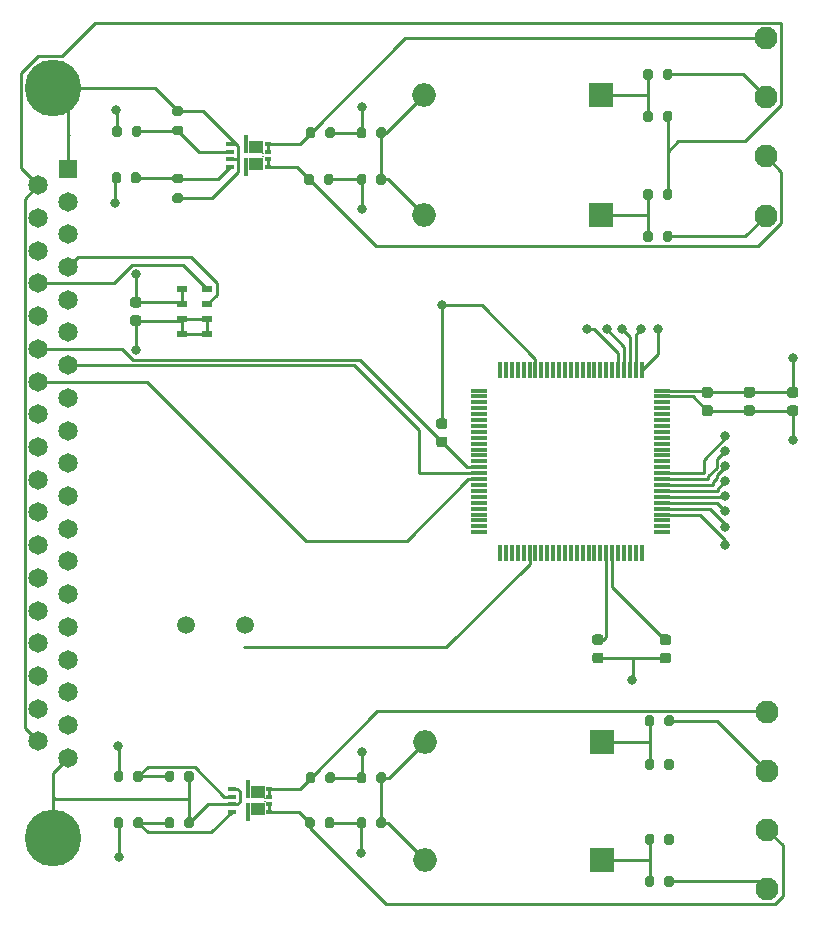
<source format=gbr>
%TF.GenerationSoftware,KiCad,Pcbnew,(5.1.10)-1*%
%TF.CreationDate,2021-11-30T13:01:00-06:00*%
%TF.ProjectId,Charges_KiCAD_Project,43686172-6765-4735-9f4b-694341445f50,rev?*%
%TF.SameCoordinates,Original*%
%TF.FileFunction,Copper,L1,Top*%
%TF.FilePolarity,Positive*%
%FSLAX46Y46*%
G04 Gerber Fmt 4.6, Leading zero omitted, Abs format (unit mm)*
G04 Created by KiCad (PCBNEW (5.1.10)-1) date 2021-11-30 13:01:00*
%MOMM*%
%LPD*%
G01*
G04 APERTURE LIST*
%TA.AperFunction,SMDPad,CuDef*%
%ADD10R,0.950000X0.550000*%
%TD*%
%TA.AperFunction,SMDPad,CuDef*%
%ADD11R,0.160000X0.065000*%
%TD*%
%TA.AperFunction,SMDPad,CuDef*%
%ADD12R,1.310000X1.010000*%
%TD*%
%TA.AperFunction,SMDPad,CuDef*%
%ADD13R,0.430000X1.510000*%
%TD*%
%TA.AperFunction,SMDPad,CuDef*%
%ADD14R,0.090000X1.130000*%
%TD*%
%TA.AperFunction,SMDPad,CuDef*%
%ADD15R,0.600000X0.400000*%
%TD*%
%TA.AperFunction,SMDPad,CuDef*%
%ADD16R,0.760000X0.350000*%
%TD*%
%TA.AperFunction,ComponentPad*%
%ADD17C,4.800000*%
%TD*%
%TA.AperFunction,ComponentPad*%
%ADD18C,1.650000*%
%TD*%
%TA.AperFunction,ComponentPad*%
%ADD19R,1.650000X1.650000*%
%TD*%
%TA.AperFunction,ComponentPad*%
%ADD20C,1.950000*%
%TD*%
%TA.AperFunction,SMDPad,CuDef*%
%ADD21R,0.300000X1.475000*%
%TD*%
%TA.AperFunction,SMDPad,CuDef*%
%ADD22R,1.475000X0.300000*%
%TD*%
%TA.AperFunction,ComponentPad*%
%ADD23C,1.500000*%
%TD*%
%TA.AperFunction,ComponentPad*%
%ADD24O,2.000000X2.000000*%
%TD*%
%TA.AperFunction,ComponentPad*%
%ADD25R,2.000000X2.000000*%
%TD*%
%TA.AperFunction,ViaPad*%
%ADD26C,0.800000*%
%TD*%
%TA.AperFunction,Conductor*%
%ADD27C,0.250000*%
%TD*%
G04 APERTURE END LIST*
D10*
%TO.P,U1,5*%
%TO.N,GND*%
X121598000Y-85060000D03*
%TO.P,U1,6*%
X121598000Y-83810000D03*
%TO.P,U1,7*%
%TO.N,/SWDIO*%
X121598000Y-82560000D03*
%TO.P,U1,8*%
%TO.N,/SWCLK*%
X121598000Y-81310000D03*
%TO.P,U1,3*%
%TO.N,GND*%
X119448000Y-83810000D03*
%TO.P,U1,2*%
%TO.N,+3V3*%
X119448000Y-82560000D03*
%TO.P,U1,1*%
X119448000Y-81310000D03*
%TO.P,U1,4*%
%TO.N,GND*%
X119448000Y-85060000D03*
%TD*%
%TO.P,R24,2*%
%TO.N,GND*%
%TA.AperFunction,SMDPad,CuDef*%
G36*
G01*
X135934000Y-126767000D02*
X135934000Y-126217000D01*
G75*
G02*
X136134000Y-126017000I200000J0D01*
G01*
X136534000Y-126017000D01*
G75*
G02*
X136734000Y-126217000I0J-200000D01*
G01*
X136734000Y-126767000D01*
G75*
G02*
X136534000Y-126967000I-200000J0D01*
G01*
X136134000Y-126967000D01*
G75*
G02*
X135934000Y-126767000I0J200000D01*
G01*
G37*
%TD.AperFunction*%
%TO.P,R24,1*%
%TO.N,/Sense_D*%
%TA.AperFunction,SMDPad,CuDef*%
G36*
G01*
X134284000Y-126767000D02*
X134284000Y-126217000D01*
G75*
G02*
X134484000Y-126017000I200000J0D01*
G01*
X134884000Y-126017000D01*
G75*
G02*
X135084000Y-126217000I0J-200000D01*
G01*
X135084000Y-126767000D01*
G75*
G02*
X134884000Y-126967000I-200000J0D01*
G01*
X134484000Y-126967000D01*
G75*
G02*
X134284000Y-126767000I0J200000D01*
G01*
G37*
%TD.AperFunction*%
%TD*%
%TO.P,R23,2*%
%TO.N,GND*%
%TA.AperFunction,SMDPad,CuDef*%
G36*
G01*
X135934000Y-122957000D02*
X135934000Y-122407000D01*
G75*
G02*
X136134000Y-122207000I200000J0D01*
G01*
X136534000Y-122207000D01*
G75*
G02*
X136734000Y-122407000I0J-200000D01*
G01*
X136734000Y-122957000D01*
G75*
G02*
X136534000Y-123157000I-200000J0D01*
G01*
X136134000Y-123157000D01*
G75*
G02*
X135934000Y-122957000I0J200000D01*
G01*
G37*
%TD.AperFunction*%
%TO.P,R23,1*%
%TO.N,/Sense_C*%
%TA.AperFunction,SMDPad,CuDef*%
G36*
G01*
X134284000Y-122957000D02*
X134284000Y-122407000D01*
G75*
G02*
X134484000Y-122207000I200000J0D01*
G01*
X134884000Y-122207000D01*
G75*
G02*
X135084000Y-122407000I0J-200000D01*
G01*
X135084000Y-122957000D01*
G75*
G02*
X134884000Y-123157000I-200000J0D01*
G01*
X134484000Y-123157000D01*
G75*
G02*
X134284000Y-122957000I0J200000D01*
G01*
G37*
%TD.AperFunction*%
%TD*%
%TO.P,R22,2*%
%TO.N,GND*%
%TA.AperFunction,SMDPad,CuDef*%
G36*
G01*
X135934000Y-72284000D02*
X135934000Y-71734000D01*
G75*
G02*
X136134000Y-71534000I200000J0D01*
G01*
X136534000Y-71534000D01*
G75*
G02*
X136734000Y-71734000I0J-200000D01*
G01*
X136734000Y-72284000D01*
G75*
G02*
X136534000Y-72484000I-200000J0D01*
G01*
X136134000Y-72484000D01*
G75*
G02*
X135934000Y-72284000I0J200000D01*
G01*
G37*
%TD.AperFunction*%
%TO.P,R22,1*%
%TO.N,/Sense_B*%
%TA.AperFunction,SMDPad,CuDef*%
G36*
G01*
X134284000Y-72284000D02*
X134284000Y-71734000D01*
G75*
G02*
X134484000Y-71534000I200000J0D01*
G01*
X134884000Y-71534000D01*
G75*
G02*
X135084000Y-71734000I0J-200000D01*
G01*
X135084000Y-72284000D01*
G75*
G02*
X134884000Y-72484000I-200000J0D01*
G01*
X134484000Y-72484000D01*
G75*
G02*
X134284000Y-72284000I0J200000D01*
G01*
G37*
%TD.AperFunction*%
%TD*%
%TO.P,R21,2*%
%TO.N,GND*%
%TA.AperFunction,SMDPad,CuDef*%
G36*
G01*
X135934000Y-68347000D02*
X135934000Y-67797000D01*
G75*
G02*
X136134000Y-67597000I200000J0D01*
G01*
X136534000Y-67597000D01*
G75*
G02*
X136734000Y-67797000I0J-200000D01*
G01*
X136734000Y-68347000D01*
G75*
G02*
X136534000Y-68547000I-200000J0D01*
G01*
X136134000Y-68547000D01*
G75*
G02*
X135934000Y-68347000I0J200000D01*
G01*
G37*
%TD.AperFunction*%
%TO.P,R21,1*%
%TO.N,/Sense_A*%
%TA.AperFunction,SMDPad,CuDef*%
G36*
G01*
X134284000Y-68347000D02*
X134284000Y-67797000D01*
G75*
G02*
X134484000Y-67597000I200000J0D01*
G01*
X134884000Y-67597000D01*
G75*
G02*
X135084000Y-67797000I0J-200000D01*
G01*
X135084000Y-68347000D01*
G75*
G02*
X134884000Y-68547000I-200000J0D01*
G01*
X134484000Y-68547000D01*
G75*
G02*
X134284000Y-68347000I0J200000D01*
G01*
G37*
%TD.AperFunction*%
%TD*%
%TO.P,R20,2*%
%TO.N,/Sense_D*%
%TA.AperFunction,SMDPad,CuDef*%
G36*
G01*
X131553000Y-126767000D02*
X131553000Y-126217000D01*
G75*
G02*
X131753000Y-126017000I200000J0D01*
G01*
X132153000Y-126017000D01*
G75*
G02*
X132353000Y-126217000I0J-200000D01*
G01*
X132353000Y-126767000D01*
G75*
G02*
X132153000Y-126967000I-200000J0D01*
G01*
X131753000Y-126967000D01*
G75*
G02*
X131553000Y-126767000I0J200000D01*
G01*
G37*
%TD.AperFunction*%
%TO.P,R20,1*%
%TO.N,/Fet_D*%
%TA.AperFunction,SMDPad,CuDef*%
G36*
G01*
X129903000Y-126767000D02*
X129903000Y-126217000D01*
G75*
G02*
X130103000Y-126017000I200000J0D01*
G01*
X130503000Y-126017000D01*
G75*
G02*
X130703000Y-126217000I0J-200000D01*
G01*
X130703000Y-126767000D01*
G75*
G02*
X130503000Y-126967000I-200000J0D01*
G01*
X130103000Y-126967000D01*
G75*
G02*
X129903000Y-126767000I0J200000D01*
G01*
G37*
%TD.AperFunction*%
%TD*%
%TO.P,R19,2*%
%TO.N,/Sense_C*%
%TA.AperFunction,SMDPad,CuDef*%
G36*
G01*
X131616000Y-122957000D02*
X131616000Y-122407000D01*
G75*
G02*
X131816000Y-122207000I200000J0D01*
G01*
X132216000Y-122207000D01*
G75*
G02*
X132416000Y-122407000I0J-200000D01*
G01*
X132416000Y-122957000D01*
G75*
G02*
X132216000Y-123157000I-200000J0D01*
G01*
X131816000Y-123157000D01*
G75*
G02*
X131616000Y-122957000I0J200000D01*
G01*
G37*
%TD.AperFunction*%
%TO.P,R19,1*%
%TO.N,/Fet_C*%
%TA.AperFunction,SMDPad,CuDef*%
G36*
G01*
X129966000Y-122957000D02*
X129966000Y-122407000D01*
G75*
G02*
X130166000Y-122207000I200000J0D01*
G01*
X130566000Y-122207000D01*
G75*
G02*
X130766000Y-122407000I0J-200000D01*
G01*
X130766000Y-122957000D01*
G75*
G02*
X130566000Y-123157000I-200000J0D01*
G01*
X130166000Y-123157000D01*
G75*
G02*
X129966000Y-122957000I0J200000D01*
G01*
G37*
%TD.AperFunction*%
%TD*%
%TO.P,R18,2*%
%TO.N,/Sense_B*%
%TA.AperFunction,SMDPad,CuDef*%
G36*
G01*
X131489000Y-72284000D02*
X131489000Y-71734000D01*
G75*
G02*
X131689000Y-71534000I200000J0D01*
G01*
X132089000Y-71534000D01*
G75*
G02*
X132289000Y-71734000I0J-200000D01*
G01*
X132289000Y-72284000D01*
G75*
G02*
X132089000Y-72484000I-200000J0D01*
G01*
X131689000Y-72484000D01*
G75*
G02*
X131489000Y-72284000I0J200000D01*
G01*
G37*
%TD.AperFunction*%
%TO.P,R18,1*%
%TO.N,/Fet_B*%
%TA.AperFunction,SMDPad,CuDef*%
G36*
G01*
X129839000Y-72284000D02*
X129839000Y-71734000D01*
G75*
G02*
X130039000Y-71534000I200000J0D01*
G01*
X130439000Y-71534000D01*
G75*
G02*
X130639000Y-71734000I0J-200000D01*
G01*
X130639000Y-72284000D01*
G75*
G02*
X130439000Y-72484000I-200000J0D01*
G01*
X130039000Y-72484000D01*
G75*
G02*
X129839000Y-72284000I0J200000D01*
G01*
G37*
%TD.AperFunction*%
%TD*%
%TO.P,R17,2*%
%TO.N,/Sense_A*%
%TA.AperFunction,SMDPad,CuDef*%
G36*
G01*
X131616000Y-68347000D02*
X131616000Y-67797000D01*
G75*
G02*
X131816000Y-67597000I200000J0D01*
G01*
X132216000Y-67597000D01*
G75*
G02*
X132416000Y-67797000I0J-200000D01*
G01*
X132416000Y-68347000D01*
G75*
G02*
X132216000Y-68547000I-200000J0D01*
G01*
X131816000Y-68547000D01*
G75*
G02*
X131616000Y-68347000I0J200000D01*
G01*
G37*
%TD.AperFunction*%
%TO.P,R17,1*%
%TO.N,/Fet_A*%
%TA.AperFunction,SMDPad,CuDef*%
G36*
G01*
X129966000Y-68347000D02*
X129966000Y-67797000D01*
G75*
G02*
X130166000Y-67597000I200000J0D01*
G01*
X130566000Y-67597000D01*
G75*
G02*
X130766000Y-67797000I0J-200000D01*
G01*
X130766000Y-68347000D01*
G75*
G02*
X130566000Y-68547000I-200000J0D01*
G01*
X130166000Y-68547000D01*
G75*
G02*
X129966000Y-68347000I0J200000D01*
G01*
G37*
%TD.AperFunction*%
%TD*%
%TO.P,R16,2*%
%TO.N,Net-(C4-Pad1)*%
%TA.AperFunction,SMDPad,CuDef*%
G36*
G01*
X159468000Y-131170000D02*
X159468000Y-131720000D01*
G75*
G02*
X159268000Y-131920000I-200000J0D01*
G01*
X158868000Y-131920000D01*
G75*
G02*
X158668000Y-131720000I0J200000D01*
G01*
X158668000Y-131170000D01*
G75*
G02*
X158868000Y-130970000I200000J0D01*
G01*
X159268000Y-130970000D01*
G75*
G02*
X159468000Y-131170000I0J-200000D01*
G01*
G37*
%TD.AperFunction*%
%TO.P,R16,1*%
%TO.N,Net-(J2-Pad4)*%
%TA.AperFunction,SMDPad,CuDef*%
G36*
G01*
X161118000Y-131170000D02*
X161118000Y-131720000D01*
G75*
G02*
X160918000Y-131920000I-200000J0D01*
G01*
X160518000Y-131920000D01*
G75*
G02*
X160318000Y-131720000I0J200000D01*
G01*
X160318000Y-131170000D01*
G75*
G02*
X160518000Y-130970000I200000J0D01*
G01*
X160918000Y-130970000D01*
G75*
G02*
X161118000Y-131170000I0J-200000D01*
G01*
G37*
%TD.AperFunction*%
%TD*%
%TO.P,R15,2*%
%TO.N,Net-(C3-Pad1)*%
%TA.AperFunction,SMDPad,CuDef*%
G36*
G01*
X159468000Y-117581000D02*
X159468000Y-118131000D01*
G75*
G02*
X159268000Y-118331000I-200000J0D01*
G01*
X158868000Y-118331000D01*
G75*
G02*
X158668000Y-118131000I0J200000D01*
G01*
X158668000Y-117581000D01*
G75*
G02*
X158868000Y-117381000I200000J0D01*
G01*
X159268000Y-117381000D01*
G75*
G02*
X159468000Y-117581000I0J-200000D01*
G01*
G37*
%TD.AperFunction*%
%TO.P,R15,1*%
%TO.N,Net-(J2-Pad2)*%
%TA.AperFunction,SMDPad,CuDef*%
G36*
G01*
X161118000Y-117581000D02*
X161118000Y-118131000D01*
G75*
G02*
X160918000Y-118331000I-200000J0D01*
G01*
X160518000Y-118331000D01*
G75*
G02*
X160318000Y-118131000I0J200000D01*
G01*
X160318000Y-117581000D01*
G75*
G02*
X160518000Y-117381000I200000J0D01*
G01*
X160918000Y-117381000D01*
G75*
G02*
X161118000Y-117581000I0J-200000D01*
G01*
G37*
%TD.AperFunction*%
%TD*%
%TO.P,R14,2*%
%TO.N,Net-(C4-Pad1)*%
%TA.AperFunction,SMDPad,CuDef*%
G36*
G01*
X159468000Y-127614000D02*
X159468000Y-128164000D01*
G75*
G02*
X159268000Y-128364000I-200000J0D01*
G01*
X158868000Y-128364000D01*
G75*
G02*
X158668000Y-128164000I0J200000D01*
G01*
X158668000Y-127614000D01*
G75*
G02*
X158868000Y-127414000I200000J0D01*
G01*
X159268000Y-127414000D01*
G75*
G02*
X159468000Y-127614000I0J-200000D01*
G01*
G37*
%TD.AperFunction*%
%TO.P,R14,1*%
%TO.N,+5V*%
%TA.AperFunction,SMDPad,CuDef*%
G36*
G01*
X161118000Y-127614000D02*
X161118000Y-128164000D01*
G75*
G02*
X160918000Y-128364000I-200000J0D01*
G01*
X160518000Y-128364000D01*
G75*
G02*
X160318000Y-128164000I0J200000D01*
G01*
X160318000Y-127614000D01*
G75*
G02*
X160518000Y-127414000I200000J0D01*
G01*
X160918000Y-127414000D01*
G75*
G02*
X161118000Y-127614000I0J-200000D01*
G01*
G37*
%TD.AperFunction*%
%TD*%
%TO.P,R13,2*%
%TO.N,+5V*%
%TA.AperFunction,SMDPad,CuDef*%
G36*
G01*
X160318000Y-121814000D02*
X160318000Y-121264000D01*
G75*
G02*
X160518000Y-121064000I200000J0D01*
G01*
X160918000Y-121064000D01*
G75*
G02*
X161118000Y-121264000I0J-200000D01*
G01*
X161118000Y-121814000D01*
G75*
G02*
X160918000Y-122014000I-200000J0D01*
G01*
X160518000Y-122014000D01*
G75*
G02*
X160318000Y-121814000I0J200000D01*
G01*
G37*
%TD.AperFunction*%
%TO.P,R13,1*%
%TO.N,Net-(C3-Pad1)*%
%TA.AperFunction,SMDPad,CuDef*%
G36*
G01*
X158668000Y-121814000D02*
X158668000Y-121264000D01*
G75*
G02*
X158868000Y-121064000I200000J0D01*
G01*
X159268000Y-121064000D01*
G75*
G02*
X159468000Y-121264000I0J-200000D01*
G01*
X159468000Y-121814000D01*
G75*
G02*
X159268000Y-122014000I-200000J0D01*
G01*
X158868000Y-122014000D01*
G75*
G02*
X158668000Y-121814000I0J200000D01*
G01*
G37*
%TD.AperFunction*%
%TD*%
%TO.P,R12,2*%
%TO.N,Net-(C2-Pad1)*%
%TA.AperFunction,SMDPad,CuDef*%
G36*
G01*
X159341000Y-76560000D02*
X159341000Y-77110000D01*
G75*
G02*
X159141000Y-77310000I-200000J0D01*
G01*
X158741000Y-77310000D01*
G75*
G02*
X158541000Y-77110000I0J200000D01*
G01*
X158541000Y-76560000D01*
G75*
G02*
X158741000Y-76360000I200000J0D01*
G01*
X159141000Y-76360000D01*
G75*
G02*
X159341000Y-76560000I0J-200000D01*
G01*
G37*
%TD.AperFunction*%
%TO.P,R12,1*%
%TO.N,Net-(J1-Pad4)*%
%TA.AperFunction,SMDPad,CuDef*%
G36*
G01*
X160991000Y-76560000D02*
X160991000Y-77110000D01*
G75*
G02*
X160791000Y-77310000I-200000J0D01*
G01*
X160391000Y-77310000D01*
G75*
G02*
X160191000Y-77110000I0J200000D01*
G01*
X160191000Y-76560000D01*
G75*
G02*
X160391000Y-76360000I200000J0D01*
G01*
X160791000Y-76360000D01*
G75*
G02*
X160991000Y-76560000I0J-200000D01*
G01*
G37*
%TD.AperFunction*%
%TD*%
%TO.P,R11,2*%
%TO.N,Net-(C1-Pad1)*%
%TA.AperFunction,SMDPad,CuDef*%
G36*
G01*
X159341000Y-62844000D02*
X159341000Y-63394000D01*
G75*
G02*
X159141000Y-63594000I-200000J0D01*
G01*
X158741000Y-63594000D01*
G75*
G02*
X158541000Y-63394000I0J200000D01*
G01*
X158541000Y-62844000D01*
G75*
G02*
X158741000Y-62644000I200000J0D01*
G01*
X159141000Y-62644000D01*
G75*
G02*
X159341000Y-62844000I0J-200000D01*
G01*
G37*
%TD.AperFunction*%
%TO.P,R11,1*%
%TO.N,Net-(J1-Pad2)*%
%TA.AperFunction,SMDPad,CuDef*%
G36*
G01*
X160991000Y-62844000D02*
X160991000Y-63394000D01*
G75*
G02*
X160791000Y-63594000I-200000J0D01*
G01*
X160391000Y-63594000D01*
G75*
G02*
X160191000Y-63394000I0J200000D01*
G01*
X160191000Y-62844000D01*
G75*
G02*
X160391000Y-62644000I200000J0D01*
G01*
X160791000Y-62644000D01*
G75*
G02*
X160991000Y-62844000I0J-200000D01*
G01*
G37*
%TD.AperFunction*%
%TD*%
%TO.P,R10,2*%
%TO.N,GND*%
%TA.AperFunction,SMDPad,CuDef*%
G36*
G01*
X119678000Y-126767000D02*
X119678000Y-126217000D01*
G75*
G02*
X119878000Y-126017000I200000J0D01*
G01*
X120278000Y-126017000D01*
G75*
G02*
X120478000Y-126217000I0J-200000D01*
G01*
X120478000Y-126767000D01*
G75*
G02*
X120278000Y-126967000I-200000J0D01*
G01*
X119878000Y-126967000D01*
G75*
G02*
X119678000Y-126767000I0J200000D01*
G01*
G37*
%TD.AperFunction*%
%TO.P,R10,1*%
%TO.N,Net-(Q2-Pad4)*%
%TA.AperFunction,SMDPad,CuDef*%
G36*
G01*
X118028000Y-126767000D02*
X118028000Y-126217000D01*
G75*
G02*
X118228000Y-126017000I200000J0D01*
G01*
X118628000Y-126017000D01*
G75*
G02*
X118828000Y-126217000I0J-200000D01*
G01*
X118828000Y-126767000D01*
G75*
G02*
X118628000Y-126967000I-200000J0D01*
G01*
X118228000Y-126967000D01*
G75*
G02*
X118028000Y-126767000I0J200000D01*
G01*
G37*
%TD.AperFunction*%
%TD*%
%TO.P,R9,2*%
%TO.N,GND*%
%TA.AperFunction,SMDPad,CuDef*%
G36*
G01*
X119678000Y-122830000D02*
X119678000Y-122280000D01*
G75*
G02*
X119878000Y-122080000I200000J0D01*
G01*
X120278000Y-122080000D01*
G75*
G02*
X120478000Y-122280000I0J-200000D01*
G01*
X120478000Y-122830000D01*
G75*
G02*
X120278000Y-123030000I-200000J0D01*
G01*
X119878000Y-123030000D01*
G75*
G02*
X119678000Y-122830000I0J200000D01*
G01*
G37*
%TD.AperFunction*%
%TO.P,R9,1*%
%TO.N,Net-(Q2-Pad2)*%
%TA.AperFunction,SMDPad,CuDef*%
G36*
G01*
X118028000Y-122830000D02*
X118028000Y-122280000D01*
G75*
G02*
X118228000Y-122080000I200000J0D01*
G01*
X118628000Y-122080000D01*
G75*
G02*
X118828000Y-122280000I0J-200000D01*
G01*
X118828000Y-122830000D01*
G75*
G02*
X118628000Y-123030000I-200000J0D01*
G01*
X118228000Y-123030000D01*
G75*
G02*
X118028000Y-122830000I0J200000D01*
G01*
G37*
%TD.AperFunction*%
%TD*%
%TO.P,R8,2*%
%TO.N,GND*%
%TA.AperFunction,SMDPad,CuDef*%
G36*
G01*
X118851000Y-73196000D02*
X119401000Y-73196000D01*
G75*
G02*
X119601000Y-73396000I0J-200000D01*
G01*
X119601000Y-73796000D01*
G75*
G02*
X119401000Y-73996000I-200000J0D01*
G01*
X118851000Y-73996000D01*
G75*
G02*
X118651000Y-73796000I0J200000D01*
G01*
X118651000Y-73396000D01*
G75*
G02*
X118851000Y-73196000I200000J0D01*
G01*
G37*
%TD.AperFunction*%
%TO.P,R8,1*%
%TO.N,Net-(Q1-Pad4)*%
%TA.AperFunction,SMDPad,CuDef*%
G36*
G01*
X118851000Y-71546000D02*
X119401000Y-71546000D01*
G75*
G02*
X119601000Y-71746000I0J-200000D01*
G01*
X119601000Y-72146000D01*
G75*
G02*
X119401000Y-72346000I-200000J0D01*
G01*
X118851000Y-72346000D01*
G75*
G02*
X118651000Y-72146000I0J200000D01*
G01*
X118651000Y-71746000D01*
G75*
G02*
X118851000Y-71546000I200000J0D01*
G01*
G37*
%TD.AperFunction*%
%TD*%
%TO.P,R7,2*%
%TO.N,GND*%
%TA.AperFunction,SMDPad,CuDef*%
G36*
G01*
X119401000Y-66631000D02*
X118851000Y-66631000D01*
G75*
G02*
X118651000Y-66431000I0J200000D01*
G01*
X118651000Y-66031000D01*
G75*
G02*
X118851000Y-65831000I200000J0D01*
G01*
X119401000Y-65831000D01*
G75*
G02*
X119601000Y-66031000I0J-200000D01*
G01*
X119601000Y-66431000D01*
G75*
G02*
X119401000Y-66631000I-200000J0D01*
G01*
G37*
%TD.AperFunction*%
%TO.P,R7,1*%
%TO.N,Net-(Q1-Pad2)*%
%TA.AperFunction,SMDPad,CuDef*%
G36*
G01*
X119401000Y-68281000D02*
X118851000Y-68281000D01*
G75*
G02*
X118651000Y-68081000I0J200000D01*
G01*
X118651000Y-67681000D01*
G75*
G02*
X118851000Y-67481000I200000J0D01*
G01*
X119401000Y-67481000D01*
G75*
G02*
X119601000Y-67681000I0J-200000D01*
G01*
X119601000Y-68081000D01*
G75*
G02*
X119401000Y-68281000I-200000J0D01*
G01*
G37*
%TD.AperFunction*%
%TD*%
%TO.P,R6,2*%
%TO.N,Net-(Q2-Pad4)*%
%TA.AperFunction,SMDPad,CuDef*%
G36*
G01*
X115360000Y-126767000D02*
X115360000Y-126217000D01*
G75*
G02*
X115560000Y-126017000I200000J0D01*
G01*
X115960000Y-126017000D01*
G75*
G02*
X116160000Y-126217000I0J-200000D01*
G01*
X116160000Y-126767000D01*
G75*
G02*
X115960000Y-126967000I-200000J0D01*
G01*
X115560000Y-126967000D01*
G75*
G02*
X115360000Y-126767000I0J200000D01*
G01*
G37*
%TD.AperFunction*%
%TO.P,R6,1*%
%TO.N,/Fire_D*%
%TA.AperFunction,SMDPad,CuDef*%
G36*
G01*
X113710000Y-126767000D02*
X113710000Y-126217000D01*
G75*
G02*
X113910000Y-126017000I200000J0D01*
G01*
X114310000Y-126017000D01*
G75*
G02*
X114510000Y-126217000I0J-200000D01*
G01*
X114510000Y-126767000D01*
G75*
G02*
X114310000Y-126967000I-200000J0D01*
G01*
X113910000Y-126967000D01*
G75*
G02*
X113710000Y-126767000I0J200000D01*
G01*
G37*
%TD.AperFunction*%
%TD*%
%TO.P,R5,2*%
%TO.N,Net-(Q2-Pad2)*%
%TA.AperFunction,SMDPad,CuDef*%
G36*
G01*
X115360000Y-122830000D02*
X115360000Y-122280000D01*
G75*
G02*
X115560000Y-122080000I200000J0D01*
G01*
X115960000Y-122080000D01*
G75*
G02*
X116160000Y-122280000I0J-200000D01*
G01*
X116160000Y-122830000D01*
G75*
G02*
X115960000Y-123030000I-200000J0D01*
G01*
X115560000Y-123030000D01*
G75*
G02*
X115360000Y-122830000I0J200000D01*
G01*
G37*
%TD.AperFunction*%
%TO.P,R5,1*%
%TO.N,/Fire_C*%
%TA.AperFunction,SMDPad,CuDef*%
G36*
G01*
X113710000Y-122830000D02*
X113710000Y-122280000D01*
G75*
G02*
X113910000Y-122080000I200000J0D01*
G01*
X114310000Y-122080000D01*
G75*
G02*
X114510000Y-122280000I0J-200000D01*
G01*
X114510000Y-122830000D01*
G75*
G02*
X114310000Y-123030000I-200000J0D01*
G01*
X113910000Y-123030000D01*
G75*
G02*
X113710000Y-122830000I0J200000D01*
G01*
G37*
%TD.AperFunction*%
%TD*%
%TO.P,R4,2*%
%TO.N,Net-(Q1-Pad4)*%
%TA.AperFunction,SMDPad,CuDef*%
G36*
G01*
X115170000Y-72157000D02*
X115170000Y-71607000D01*
G75*
G02*
X115370000Y-71407000I200000J0D01*
G01*
X115770000Y-71407000D01*
G75*
G02*
X115970000Y-71607000I0J-200000D01*
G01*
X115970000Y-72157000D01*
G75*
G02*
X115770000Y-72357000I-200000J0D01*
G01*
X115370000Y-72357000D01*
G75*
G02*
X115170000Y-72157000I0J200000D01*
G01*
G37*
%TD.AperFunction*%
%TO.P,R4,1*%
%TO.N,/Fire_B*%
%TA.AperFunction,SMDPad,CuDef*%
G36*
G01*
X113520000Y-72157000D02*
X113520000Y-71607000D01*
G75*
G02*
X113720000Y-71407000I200000J0D01*
G01*
X114120000Y-71407000D01*
G75*
G02*
X114320000Y-71607000I0J-200000D01*
G01*
X114320000Y-72157000D01*
G75*
G02*
X114120000Y-72357000I-200000J0D01*
G01*
X113720000Y-72357000D01*
G75*
G02*
X113520000Y-72157000I0J200000D01*
G01*
G37*
%TD.AperFunction*%
%TD*%
%TO.P,R3,1*%
%TO.N,/Fire_A*%
%TA.AperFunction,SMDPad,CuDef*%
G36*
G01*
X113583000Y-68220000D02*
X113583000Y-67670000D01*
G75*
G02*
X113783000Y-67470000I200000J0D01*
G01*
X114183000Y-67470000D01*
G75*
G02*
X114383000Y-67670000I0J-200000D01*
G01*
X114383000Y-68220000D01*
G75*
G02*
X114183000Y-68420000I-200000J0D01*
G01*
X113783000Y-68420000D01*
G75*
G02*
X113583000Y-68220000I0J200000D01*
G01*
G37*
%TD.AperFunction*%
%TO.P,R3,2*%
%TO.N,Net-(Q1-Pad2)*%
%TA.AperFunction,SMDPad,CuDef*%
G36*
G01*
X115233000Y-68220000D02*
X115233000Y-67670000D01*
G75*
G02*
X115433000Y-67470000I200000J0D01*
G01*
X115833000Y-67470000D01*
G75*
G02*
X116033000Y-67670000I0J-200000D01*
G01*
X116033000Y-68220000D01*
G75*
G02*
X115833000Y-68420000I-200000J0D01*
G01*
X115433000Y-68420000D01*
G75*
G02*
X115233000Y-68220000I0J200000D01*
G01*
G37*
%TD.AperFunction*%
%TD*%
%TO.P,R2,2*%
%TO.N,Net-(C2-Pad1)*%
%TA.AperFunction,SMDPad,CuDef*%
G36*
G01*
X159341000Y-73004000D02*
X159341000Y-73554000D01*
G75*
G02*
X159141000Y-73754000I-200000J0D01*
G01*
X158741000Y-73754000D01*
G75*
G02*
X158541000Y-73554000I0J200000D01*
G01*
X158541000Y-73004000D01*
G75*
G02*
X158741000Y-72804000I200000J0D01*
G01*
X159141000Y-72804000D01*
G75*
G02*
X159341000Y-73004000I0J-200000D01*
G01*
G37*
%TD.AperFunction*%
%TO.P,R2,1*%
%TO.N,+5V*%
%TA.AperFunction,SMDPad,CuDef*%
G36*
G01*
X160991000Y-73004000D02*
X160991000Y-73554000D01*
G75*
G02*
X160791000Y-73754000I-200000J0D01*
G01*
X160391000Y-73754000D01*
G75*
G02*
X160191000Y-73554000I0J200000D01*
G01*
X160191000Y-73004000D01*
G75*
G02*
X160391000Y-72804000I200000J0D01*
G01*
X160791000Y-72804000D01*
G75*
G02*
X160991000Y-73004000I0J-200000D01*
G01*
G37*
%TD.AperFunction*%
%TD*%
%TO.P,R1,2*%
%TO.N,+5V*%
%TA.AperFunction,SMDPad,CuDef*%
G36*
G01*
X160191000Y-66950000D02*
X160191000Y-66400000D01*
G75*
G02*
X160391000Y-66200000I200000J0D01*
G01*
X160791000Y-66200000D01*
G75*
G02*
X160991000Y-66400000I0J-200000D01*
G01*
X160991000Y-66950000D01*
G75*
G02*
X160791000Y-67150000I-200000J0D01*
G01*
X160391000Y-67150000D01*
G75*
G02*
X160191000Y-66950000I0J200000D01*
G01*
G37*
%TD.AperFunction*%
%TO.P,R1,1*%
%TO.N,Net-(C1-Pad1)*%
%TA.AperFunction,SMDPad,CuDef*%
G36*
G01*
X158541000Y-66950000D02*
X158541000Y-66400000D01*
G75*
G02*
X158741000Y-66200000I200000J0D01*
G01*
X159141000Y-66200000D01*
G75*
G02*
X159341000Y-66400000I0J-200000D01*
G01*
X159341000Y-66950000D01*
G75*
G02*
X159141000Y-67150000I-200000J0D01*
G01*
X158741000Y-67150000D01*
G75*
G02*
X158541000Y-66950000I0J200000D01*
G01*
G37*
%TD.AperFunction*%
%TD*%
D11*
%TO.P,Q2,16*%
%TO.N,/Fet_D*%
X126472000Y-124745000D03*
%TO.P,Q2,15*%
%TO.N,/Fet_C*%
X126472000Y-124429000D03*
D12*
%TO.P,Q2,14*%
%TO.N,/Fet_D*%
X125897000Y-125282000D03*
D13*
%TO.P,Q2,13*%
X125027000Y-125532000D03*
D14*
%TO.P,Q2,12*%
X124767000Y-125342000D03*
%TO.P,Q2,11*%
%TO.N,/Fet_C*%
X124767000Y-123832000D03*
D13*
%TO.P,Q2,10*%
X125027000Y-123642000D03*
D12*
%TO.P,Q2,9*%
X125897000Y-123892000D03*
D15*
%TO.P,Q2,8*%
X126852000Y-123612000D03*
%TO.P,Q2,7*%
X126852000Y-124262000D03*
%TO.P,Q2,6*%
%TO.N,/Fet_D*%
X126852000Y-124912000D03*
%TO.P,Q2,5*%
X126852000Y-125562000D03*
D16*
%TO.P,Q2,4*%
%TO.N,Net-(Q2-Pad4)*%
X123672000Y-125562000D03*
%TO.P,Q2,3*%
%TO.N,GND*%
X123672000Y-124912000D03*
%TO.P,Q2,2*%
%TO.N,Net-(Q2-Pad2)*%
X123672000Y-124262000D03*
%TO.P,Q2,1*%
%TO.N,GND*%
X123672000Y-123612000D03*
%TD*%
D11*
%TO.P,Q1,16*%
%TO.N,/Fet_B*%
X126345000Y-70135000D03*
%TO.P,Q1,15*%
%TO.N,/Fet_A*%
X126345000Y-69819000D03*
D12*
%TO.P,Q1,14*%
%TO.N,/Fet_B*%
X125770000Y-70672000D03*
D13*
%TO.P,Q1,13*%
X124900000Y-70922000D03*
D14*
%TO.P,Q1,12*%
X124640000Y-70732000D03*
%TO.P,Q1,11*%
%TO.N,/Fet_A*%
X124640000Y-69222000D03*
D13*
%TO.P,Q1,10*%
X124900000Y-69032000D03*
D12*
%TO.P,Q1,9*%
X125770000Y-69282000D03*
D15*
%TO.P,Q1,8*%
X126725000Y-69002000D03*
%TO.P,Q1,7*%
X126725000Y-69652000D03*
%TO.P,Q1,6*%
%TO.N,/Fet_B*%
X126725000Y-70302000D03*
%TO.P,Q1,5*%
X126725000Y-70952000D03*
D16*
%TO.P,Q1,4*%
%TO.N,Net-(Q1-Pad4)*%
X123545000Y-70952000D03*
%TO.P,Q1,3*%
%TO.N,GND*%
X123545000Y-70302000D03*
%TO.P,Q1,2*%
%TO.N,Net-(Q1-Pad2)*%
X123545000Y-69652000D03*
%TO.P,Q1,1*%
%TO.N,GND*%
X123545000Y-69002000D03*
%TD*%
D17*
%TO.P,J3,MH2*%
%TO.N,GND*%
X108585000Y-127800000D03*
%TO.P,J3,MH1*%
X108585000Y-64300000D03*
D18*
%TO.P,J3,37*%
%TO.N,+5V*%
X107315000Y-119595000D03*
%TO.P,J3,36*%
%TO.N,Net-(J3-Pad36)*%
X107315000Y-116825000D03*
%TO.P,J3,35*%
%TO.N,Net-(J3-Pad35)*%
X107315000Y-114055000D03*
%TO.P,J3,34*%
%TO.N,Net-(J3-Pad34)*%
X107315000Y-111285000D03*
%TO.P,J3,33*%
%TO.N,Net-(J3-Pad33)*%
X107315000Y-108515000D03*
%TO.P,J3,32*%
%TO.N,Net-(J3-Pad32)*%
X107315000Y-105745000D03*
%TO.P,J3,31*%
%TO.N,Net-(J3-Pad31)*%
X107315000Y-102975000D03*
%TO.P,J3,30*%
%TO.N,Net-(J3-Pad30)*%
X107315000Y-100205000D03*
%TO.P,J3,29*%
%TO.N,Net-(J3-Pad29)*%
X107315000Y-97435000D03*
%TO.P,J3,28*%
%TO.N,Net-(J3-Pad28)*%
X107315000Y-94665000D03*
%TO.P,J3,27*%
%TO.N,Net-(J3-Pad27)*%
X107315000Y-91895000D03*
%TO.P,J3,26*%
%TO.N,/Fire_Redundant*%
X107315000Y-89125000D03*
%TO.P,J3,25*%
%TO.N,/NRST*%
X107315000Y-86355000D03*
%TO.P,J3,24*%
%TO.N,/Alert_sda*%
X107315000Y-83585000D03*
%TO.P,J3,23*%
%TO.N,/SWCLK*%
X107315000Y-80815000D03*
%TO.P,J3,22*%
%TO.N,/Sheet61A437B4/t_clk*%
X107315000Y-78045000D03*
%TO.P,J3,21*%
%TO.N,/Sheet61A437B4/t_mosi*%
X107315000Y-75275000D03*
%TO.P,J3,20*%
%TO.N,+5V*%
X107315000Y-72505000D03*
%TO.P,J3,19*%
%TO.N,GND*%
X109855000Y-120980000D03*
%TO.P,J3,18*%
%TO.N,+3V3*%
X109855000Y-118210000D03*
%TO.P,J3,17*%
%TO.N,Net-(J3-Pad17)*%
X109855000Y-115440000D03*
%TO.P,J3,16*%
%TO.N,Net-(J3-Pad16)*%
X109855000Y-112670000D03*
%TO.P,J3,15*%
%TO.N,Net-(J3-Pad15)*%
X109855000Y-109900000D03*
%TO.P,J3,14*%
%TO.N,Net-(J3-Pad14)*%
X109855000Y-107130000D03*
%TO.P,J3,13*%
%TO.N,Net-(J3-Pad13)*%
X109855000Y-104360000D03*
%TO.P,J3,12*%
%TO.N,Net-(J3-Pad12)*%
X109855000Y-101590000D03*
%TO.P,J3,11*%
%TO.N,Net-(J3-Pad11)*%
X109855000Y-98820000D03*
%TO.P,J3,10*%
%TO.N,Net-(J3-Pad10)*%
X109855000Y-96050000D03*
%TO.P,J3,9*%
%TO.N,Net-(J3-Pad9)*%
X109855000Y-93280000D03*
%TO.P,J3,8*%
%TO.N,Net-(J3-Pad8)*%
X109855000Y-90510000D03*
%TO.P,J3,7*%
%TO.N,/Fire*%
X109855000Y-87740000D03*
%TO.P,J3,6*%
%TO.N,/Alert_Active*%
X109855000Y-84970000D03*
%TO.P,J3,5*%
%TO.N,/Alert_scl*%
X109855000Y-82200000D03*
%TO.P,J3,4*%
%TO.N,/SWDIO*%
X109855000Y-79430000D03*
%TO.P,J3,3*%
%TO.N,/Sheet61A437B4/t_miso*%
X109855000Y-76660000D03*
%TO.P,J3,2*%
%TO.N,+3V3*%
X109855000Y-73890000D03*
D19*
%TO.P,J3,1*%
%TO.N,GND*%
X109855000Y-71120000D03*
%TD*%
D20*
%TO.P,J2,4*%
%TO.N,Net-(J2-Pad4)*%
X169037000Y-132094000D03*
%TO.P,J2,3*%
%TO.N,/Fet_D*%
X169037000Y-127094000D03*
%TO.P,J2,2*%
%TO.N,Net-(J2-Pad2)*%
X169037000Y-122094000D03*
%TO.P,J2,1*%
%TO.N,/Fet_C*%
X169037000Y-117094000D03*
%TD*%
%TO.P,J1,4*%
%TO.N,Net-(J1-Pad4)*%
X168910000Y-75071000D03*
%TO.P,J1,3*%
%TO.N,/Fet_B*%
X168910000Y-70071000D03*
%TO.P,J1,2*%
%TO.N,Net-(J1-Pad2)*%
X168910000Y-65071000D03*
%TO.P,J1,1*%
%TO.N,/Fet_A*%
X168910000Y-60071000D03*
%TD*%
D21*
%TO.P,IC2,100*%
%TO.N,Net-(IC2-Pad100)*%
X146400000Y-88147000D03*
%TO.P,IC2,99*%
%TO.N,Net-(IC2-Pad99)*%
X146900000Y-88147000D03*
%TO.P,IC2,98*%
%TO.N,Net-(IC2-Pad98)*%
X147400000Y-88147000D03*
%TO.P,IC2,97*%
%TO.N,Net-(IC2-Pad97)*%
X147900000Y-88147000D03*
%TO.P,IC2,96*%
%TO.N,Net-(IC2-Pad96)*%
X148400000Y-88147000D03*
%TO.P,IC2,95*%
%TO.N,Net-(IC2-Pad95)*%
X148900000Y-88147000D03*
%TO.P,IC2,94*%
%TO.N,GND*%
X149400000Y-88147000D03*
%TO.P,IC2,93*%
%TO.N,Net-(IC2-Pad93)*%
X149900000Y-88147000D03*
%TO.P,IC2,92*%
%TO.N,Net-(IC2-Pad92)*%
X150400000Y-88147000D03*
%TO.P,IC2,91*%
%TO.N,Net-(IC2-Pad91)*%
X150900000Y-88147000D03*
%TO.P,IC2,90*%
%TO.N,Net-(IC2-Pad90)*%
X151400000Y-88147000D03*
%TO.P,IC2,89*%
%TO.N,Net-(IC2-Pad89)*%
X151900000Y-88147000D03*
%TO.P,IC2,88*%
%TO.N,Net-(IC2-Pad88)*%
X152400000Y-88147000D03*
%TO.P,IC2,87*%
%TO.N,Net-(IC2-Pad87)*%
X152900000Y-88147000D03*
%TO.P,IC2,86*%
%TO.N,Net-(IC2-Pad86)*%
X153400000Y-88147000D03*
%TO.P,IC2,85*%
%TO.N,Net-(IC2-Pad85)*%
X153900000Y-88147000D03*
%TO.P,IC2,84*%
%TO.N,Net-(IC2-Pad84)*%
X154400000Y-88147000D03*
%TO.P,IC2,83*%
%TO.N,Net-(IC2-Pad83)*%
X154900000Y-88147000D03*
%TO.P,IC2,82*%
%TO.N,Net-(IC2-Pad82)*%
X155400000Y-88147000D03*
%TO.P,IC2,81*%
%TO.N,Net-(IC2-Pad81)*%
X155900000Y-88147000D03*
%TO.P,IC2,80*%
%TO.N,/Alert_Active*%
X156400000Y-88147000D03*
%TO.P,IC2,79*%
%TO.N,/Alert_sda*%
X156900000Y-88147000D03*
%TO.P,IC2,78*%
%TO.N,/Alert_scl*%
X157400000Y-88147000D03*
%TO.P,IC2,77*%
%TO.N,/SWCLK*%
X157900000Y-88147000D03*
%TO.P,IC2,76*%
%TO.N,/SWDIO*%
X158400000Y-88147000D03*
D22*
%TO.P,IC2,75*%
%TO.N,+3V3*%
X160138000Y-89885000D03*
%TO.P,IC2,74*%
%TO.N,GND*%
X160138000Y-90385000D03*
%TO.P,IC2,73*%
%TO.N,Net-(IC2-Pad73)*%
X160138000Y-90885000D03*
%TO.P,IC2,72*%
%TO.N,Net-(IC2-Pad72)*%
X160138000Y-91385000D03*
%TO.P,IC2,71*%
%TO.N,Net-(IC2-Pad71)*%
X160138000Y-91885000D03*
%TO.P,IC2,70*%
%TO.N,Net-(IC2-Pad70)*%
X160138000Y-92385000D03*
%TO.P,IC2,69*%
%TO.N,Net-(IC2-Pad69)*%
X160138000Y-92885000D03*
%TO.P,IC2,68*%
%TO.N,Net-(IC2-Pad68)*%
X160138000Y-93385000D03*
%TO.P,IC2,67*%
%TO.N,Net-(IC2-Pad67)*%
X160138000Y-93885000D03*
%TO.P,IC2,66*%
%TO.N,Net-(IC2-Pad66)*%
X160138000Y-94385000D03*
%TO.P,IC2,65*%
%TO.N,Net-(IC2-Pad65)*%
X160138000Y-94885000D03*
%TO.P,IC2,64*%
%TO.N,Net-(IC2-Pad64)*%
X160138000Y-95385000D03*
%TO.P,IC2,63*%
%TO.N,Net-(IC2-Pad63)*%
X160138000Y-95885000D03*
%TO.P,IC2,62*%
%TO.N,Net-(IC2-Pad62)*%
X160138000Y-96385000D03*
%TO.P,IC2,61*%
%TO.N,/Sense_B*%
X160138000Y-96885000D03*
%TO.P,IC2,60*%
%TO.N,/Fire_A*%
X160138000Y-97385000D03*
%TO.P,IC2,59*%
%TO.N,/Fire_B*%
X160138000Y-97885000D03*
%TO.P,IC2,58*%
%TO.N,/Sense_A*%
X160138000Y-98385000D03*
%TO.P,IC2,57*%
%TO.N,/Sense_D*%
X160138000Y-98885000D03*
%TO.P,IC2,56*%
%TO.N,/Fire_C*%
X160138000Y-99385000D03*
%TO.P,IC2,55*%
%TO.N,/Fire_D*%
X160138000Y-99885000D03*
%TO.P,IC2,54*%
%TO.N,/Sense_C*%
X160138000Y-100385000D03*
%TO.P,IC2,53*%
%TO.N,Net-(IC2-Pad53)*%
X160138000Y-100885000D03*
%TO.P,IC2,52*%
%TO.N,Net-(IC2-Pad52)*%
X160138000Y-101385000D03*
%TO.P,IC2,51*%
%TO.N,Net-(IC2-Pad51)*%
X160138000Y-101885000D03*
D21*
%TO.P,IC2,50*%
%TO.N,Net-(IC2-Pad50)*%
X158400000Y-103623000D03*
%TO.P,IC2,49*%
%TO.N,Net-(IC2-Pad49)*%
X157900000Y-103623000D03*
%TO.P,IC2,48*%
%TO.N,Net-(IC2-Pad48)*%
X157400000Y-103623000D03*
%TO.P,IC2,47*%
%TO.N,Net-(IC2-Pad47)*%
X156900000Y-103623000D03*
%TO.P,IC2,46*%
%TO.N,Net-(IC2-Pad46)*%
X156400000Y-103623000D03*
%TO.P,IC2,45*%
%TO.N,Net-(C11-Pad2)*%
X155900000Y-103623000D03*
%TO.P,IC2,44*%
%TO.N,Net-(C10-Pad2)*%
X155400000Y-103623000D03*
%TO.P,IC2,43*%
%TO.N,Net-(IC2-Pad43)*%
X154900000Y-103623000D03*
%TO.P,IC2,42*%
%TO.N,Net-(IC2-Pad42)*%
X154400000Y-103623000D03*
%TO.P,IC2,41*%
%TO.N,Net-(IC2-Pad41)*%
X153900000Y-103623000D03*
%TO.P,IC2,40*%
%TO.N,Net-(IC2-Pad40)*%
X153400000Y-103623000D03*
%TO.P,IC2,39*%
%TO.N,Net-(IC2-Pad39)*%
X152900000Y-103623000D03*
%TO.P,IC2,38*%
%TO.N,Net-(IC2-Pad38)*%
X152400000Y-103623000D03*
%TO.P,IC2,37*%
%TO.N,Net-(IC2-Pad37)*%
X151900000Y-103623000D03*
%TO.P,IC2,36*%
%TO.N,Net-(IC2-Pad36)*%
X151400000Y-103623000D03*
%TO.P,IC2,35*%
%TO.N,Net-(IC2-Pad35)*%
X150900000Y-103623000D03*
%TO.P,IC2,34*%
%TO.N,Net-(IC2-Pad34)*%
X150400000Y-103623000D03*
%TO.P,IC2,33*%
%TO.N,Net-(IC2-Pad33)*%
X149900000Y-103623000D03*
%TO.P,IC2,32*%
%TO.N,Net-(IC2-Pad32)*%
X149400000Y-103623000D03*
%TO.P,IC2,31*%
%TO.N,/Buzzer_Excitation*%
X148900000Y-103623000D03*
%TO.P,IC2,30*%
%TO.N,Net-(IC2-Pad30)*%
X148400000Y-103623000D03*
%TO.P,IC2,29*%
%TO.N,Net-(IC2-Pad29)*%
X147900000Y-103623000D03*
%TO.P,IC2,28*%
%TO.N,Net-(IC2-Pad28)*%
X147400000Y-103623000D03*
%TO.P,IC2,27*%
%TO.N,Net-(IC2-Pad27)*%
X146900000Y-103623000D03*
%TO.P,IC2,26*%
%TO.N,Net-(IC2-Pad26)*%
X146400000Y-103623000D03*
D22*
%TO.P,IC2,25*%
%TO.N,Net-(IC2-Pad25)*%
X144662000Y-101885000D03*
%TO.P,IC2,24*%
%TO.N,Net-(IC2-Pad24)*%
X144662000Y-101385000D03*
%TO.P,IC2,23*%
%TO.N,Net-(IC2-Pad23)*%
X144662000Y-100885000D03*
%TO.P,IC2,22*%
%TO.N,Net-(IC2-Pad22)*%
X144662000Y-100385000D03*
%TO.P,IC2,21*%
%TO.N,Net-(IC2-Pad21)*%
X144662000Y-99885000D03*
%TO.P,IC2,20*%
%TO.N,Net-(IC2-Pad20)*%
X144662000Y-99385000D03*
%TO.P,IC2,19*%
%TO.N,Net-(IC2-Pad19)*%
X144662000Y-98885000D03*
%TO.P,IC2,18*%
%TO.N,Net-(IC2-Pad18)*%
X144662000Y-98385000D03*
%TO.P,IC2,17*%
%TO.N,Net-(IC2-Pad17)*%
X144662000Y-97885000D03*
%TO.P,IC2,16*%
%TO.N,/Fire_Redundant*%
X144662000Y-97385000D03*
%TO.P,IC2,15*%
%TO.N,/Fire*%
X144662000Y-96885000D03*
%TO.P,IC2,14*%
%TO.N,/NRST*%
X144662000Y-96385000D03*
%TO.P,IC2,13*%
%TO.N,Net-(IC2-Pad13)*%
X144662000Y-95885000D03*
%TO.P,IC2,12*%
%TO.N,Net-(IC2-Pad12)*%
X144662000Y-95385000D03*
%TO.P,IC2,11*%
%TO.N,Net-(IC2-Pad11)*%
X144662000Y-94885000D03*
%TO.P,IC2,10*%
%TO.N,Net-(IC2-Pad10)*%
X144662000Y-94385000D03*
%TO.P,IC2,9*%
%TO.N,Net-(IC2-Pad9)*%
X144662000Y-93885000D03*
%TO.P,IC2,8*%
%TO.N,Net-(IC2-Pad8)*%
X144662000Y-93385000D03*
%TO.P,IC2,7*%
%TO.N,Net-(IC2-Pad7)*%
X144662000Y-92885000D03*
%TO.P,IC2,6*%
%TO.N,Net-(IC2-Pad6)*%
X144662000Y-92385000D03*
%TO.P,IC2,5*%
%TO.N,Net-(IC2-Pad5)*%
X144662000Y-91885000D03*
%TO.P,IC2,4*%
%TO.N,Net-(IC2-Pad4)*%
X144662000Y-91385000D03*
%TO.P,IC2,3*%
%TO.N,Net-(IC2-Pad3)*%
X144662000Y-90885000D03*
%TO.P,IC2,2*%
%TO.N,Net-(IC2-Pad2)*%
X144662000Y-90385000D03*
%TO.P,IC2,1*%
%TO.N,Net-(IC2-Pad1)*%
X144662000Y-89885000D03*
%TD*%
D23*
%TO.P,IC1,2*%
%TO.N,GND*%
X119841000Y-109728000D03*
%TO.P,IC1,1*%
%TO.N,/Buzzer_Excitation*%
X124841000Y-109728000D03*
%TD*%
%TO.P,C11,2*%
%TO.N,Net-(C11-Pad2)*%
%TA.AperFunction,SMDPad,CuDef*%
G36*
G01*
X160651000Y-111435000D02*
X160151000Y-111435000D01*
G75*
G02*
X159926000Y-111210000I0J225000D01*
G01*
X159926000Y-110760000D01*
G75*
G02*
X160151000Y-110535000I225000J0D01*
G01*
X160651000Y-110535000D01*
G75*
G02*
X160876000Y-110760000I0J-225000D01*
G01*
X160876000Y-111210000D01*
G75*
G02*
X160651000Y-111435000I-225000J0D01*
G01*
G37*
%TD.AperFunction*%
%TO.P,C11,1*%
%TO.N,GND*%
%TA.AperFunction,SMDPad,CuDef*%
G36*
G01*
X160651000Y-112985000D02*
X160151000Y-112985000D01*
G75*
G02*
X159926000Y-112760000I0J225000D01*
G01*
X159926000Y-112310000D01*
G75*
G02*
X160151000Y-112085000I225000J0D01*
G01*
X160651000Y-112085000D01*
G75*
G02*
X160876000Y-112310000I0J-225000D01*
G01*
X160876000Y-112760000D01*
G75*
G02*
X160651000Y-112985000I-225000J0D01*
G01*
G37*
%TD.AperFunction*%
%TD*%
%TO.P,C10,2*%
%TO.N,Net-(C10-Pad2)*%
%TA.AperFunction,SMDPad,CuDef*%
G36*
G01*
X154936000Y-111435000D02*
X154436000Y-111435000D01*
G75*
G02*
X154211000Y-111210000I0J225000D01*
G01*
X154211000Y-110760000D01*
G75*
G02*
X154436000Y-110535000I225000J0D01*
G01*
X154936000Y-110535000D01*
G75*
G02*
X155161000Y-110760000I0J-225000D01*
G01*
X155161000Y-111210000D01*
G75*
G02*
X154936000Y-111435000I-225000J0D01*
G01*
G37*
%TD.AperFunction*%
%TO.P,C10,1*%
%TO.N,GND*%
%TA.AperFunction,SMDPad,CuDef*%
G36*
G01*
X154936000Y-112985000D02*
X154436000Y-112985000D01*
G75*
G02*
X154211000Y-112760000I0J225000D01*
G01*
X154211000Y-112310000D01*
G75*
G02*
X154436000Y-112085000I225000J0D01*
G01*
X154936000Y-112085000D01*
G75*
G02*
X155161000Y-112310000I0J-225000D01*
G01*
X155161000Y-112760000D01*
G75*
G02*
X154936000Y-112985000I-225000J0D01*
G01*
G37*
%TD.AperFunction*%
%TD*%
%TO.P,C9,2*%
%TO.N,+3V3*%
%TA.AperFunction,SMDPad,CuDef*%
G36*
G01*
X171446000Y-90493000D02*
X170946000Y-90493000D01*
G75*
G02*
X170721000Y-90268000I0J225000D01*
G01*
X170721000Y-89818000D01*
G75*
G02*
X170946000Y-89593000I225000J0D01*
G01*
X171446000Y-89593000D01*
G75*
G02*
X171671000Y-89818000I0J-225000D01*
G01*
X171671000Y-90268000D01*
G75*
G02*
X171446000Y-90493000I-225000J0D01*
G01*
G37*
%TD.AperFunction*%
%TO.P,C9,1*%
%TO.N,GND*%
%TA.AperFunction,SMDPad,CuDef*%
G36*
G01*
X171446000Y-92043000D02*
X170946000Y-92043000D01*
G75*
G02*
X170721000Y-91818000I0J225000D01*
G01*
X170721000Y-91368000D01*
G75*
G02*
X170946000Y-91143000I225000J0D01*
G01*
X171446000Y-91143000D01*
G75*
G02*
X171671000Y-91368000I0J-225000D01*
G01*
X171671000Y-91818000D01*
G75*
G02*
X171446000Y-92043000I-225000J0D01*
G01*
G37*
%TD.AperFunction*%
%TD*%
%TO.P,C8,2*%
%TO.N,+3V3*%
%TA.AperFunction,SMDPad,CuDef*%
G36*
G01*
X167763000Y-90480000D02*
X167263000Y-90480000D01*
G75*
G02*
X167038000Y-90255000I0J225000D01*
G01*
X167038000Y-89805000D01*
G75*
G02*
X167263000Y-89580000I225000J0D01*
G01*
X167763000Y-89580000D01*
G75*
G02*
X167988000Y-89805000I0J-225000D01*
G01*
X167988000Y-90255000D01*
G75*
G02*
X167763000Y-90480000I-225000J0D01*
G01*
G37*
%TD.AperFunction*%
%TO.P,C8,1*%
%TO.N,GND*%
%TA.AperFunction,SMDPad,CuDef*%
G36*
G01*
X167763000Y-92030000D02*
X167263000Y-92030000D01*
G75*
G02*
X167038000Y-91805000I0J225000D01*
G01*
X167038000Y-91355000D01*
G75*
G02*
X167263000Y-91130000I225000J0D01*
G01*
X167763000Y-91130000D01*
G75*
G02*
X167988000Y-91355000I0J-225000D01*
G01*
X167988000Y-91805000D01*
G75*
G02*
X167763000Y-92030000I-225000J0D01*
G01*
G37*
%TD.AperFunction*%
%TD*%
%TO.P,C7,2*%
%TO.N,+3V3*%
%TA.AperFunction,SMDPad,CuDef*%
G36*
G01*
X164207000Y-90493000D02*
X163707000Y-90493000D01*
G75*
G02*
X163482000Y-90268000I0J225000D01*
G01*
X163482000Y-89818000D01*
G75*
G02*
X163707000Y-89593000I225000J0D01*
G01*
X164207000Y-89593000D01*
G75*
G02*
X164432000Y-89818000I0J-225000D01*
G01*
X164432000Y-90268000D01*
G75*
G02*
X164207000Y-90493000I-225000J0D01*
G01*
G37*
%TD.AperFunction*%
%TO.P,C7,1*%
%TO.N,GND*%
%TA.AperFunction,SMDPad,CuDef*%
G36*
G01*
X164207000Y-92043000D02*
X163707000Y-92043000D01*
G75*
G02*
X163482000Y-91818000I0J225000D01*
G01*
X163482000Y-91368000D01*
G75*
G02*
X163707000Y-91143000I225000J0D01*
G01*
X164207000Y-91143000D01*
G75*
G02*
X164432000Y-91368000I0J-225000D01*
G01*
X164432000Y-91818000D01*
G75*
G02*
X164207000Y-92043000I-225000J0D01*
G01*
G37*
%TD.AperFunction*%
%TD*%
%TO.P,C6,2*%
%TO.N,+3V3*%
%TA.AperFunction,SMDPad,CuDef*%
G36*
G01*
X115820000Y-82860000D02*
X115320000Y-82860000D01*
G75*
G02*
X115095000Y-82635000I0J225000D01*
G01*
X115095000Y-82185000D01*
G75*
G02*
X115320000Y-81960000I225000J0D01*
G01*
X115820000Y-81960000D01*
G75*
G02*
X116045000Y-82185000I0J-225000D01*
G01*
X116045000Y-82635000D01*
G75*
G02*
X115820000Y-82860000I-225000J0D01*
G01*
G37*
%TD.AperFunction*%
%TO.P,C6,1*%
%TO.N,GND*%
%TA.AperFunction,SMDPad,CuDef*%
G36*
G01*
X115820000Y-84410000D02*
X115320000Y-84410000D01*
G75*
G02*
X115095000Y-84185000I0J225000D01*
G01*
X115095000Y-83735000D01*
G75*
G02*
X115320000Y-83510000I225000J0D01*
G01*
X115820000Y-83510000D01*
G75*
G02*
X116045000Y-83735000I0J-225000D01*
G01*
X116045000Y-84185000D01*
G75*
G02*
X115820000Y-84410000I-225000J0D01*
G01*
G37*
%TD.AperFunction*%
%TD*%
%TO.P,C5,2*%
%TO.N,GND*%
%TA.AperFunction,SMDPad,CuDef*%
G36*
G01*
X141728000Y-93147000D02*
X141228000Y-93147000D01*
G75*
G02*
X141003000Y-92922000I0J225000D01*
G01*
X141003000Y-92472000D01*
G75*
G02*
X141228000Y-92247000I225000J0D01*
G01*
X141728000Y-92247000D01*
G75*
G02*
X141953000Y-92472000I0J-225000D01*
G01*
X141953000Y-92922000D01*
G75*
G02*
X141728000Y-93147000I-225000J0D01*
G01*
G37*
%TD.AperFunction*%
%TO.P,C5,1*%
%TO.N,/NRST*%
%TA.AperFunction,SMDPad,CuDef*%
G36*
G01*
X141728000Y-94697000D02*
X141228000Y-94697000D01*
G75*
G02*
X141003000Y-94472000I0J225000D01*
G01*
X141003000Y-94022000D01*
G75*
G02*
X141228000Y-93797000I225000J0D01*
G01*
X141728000Y-93797000D01*
G75*
G02*
X141953000Y-94022000I0J-225000D01*
G01*
X141953000Y-94472000D01*
G75*
G02*
X141728000Y-94697000I-225000J0D01*
G01*
G37*
%TD.AperFunction*%
%TD*%
D24*
%TO.P,C4,2*%
%TO.N,GND*%
X140067000Y-129667000D03*
D25*
%TO.P,C4,1*%
%TO.N,Net-(C4-Pad1)*%
X155067000Y-129667000D03*
%TD*%
D24*
%TO.P,C3,2*%
%TO.N,GND*%
X140067000Y-119634000D03*
D25*
%TO.P,C3,1*%
%TO.N,Net-(C3-Pad1)*%
X155067000Y-119634000D03*
%TD*%
D24*
%TO.P,C2,2*%
%TO.N,GND*%
X139940000Y-75057000D03*
D25*
%TO.P,C2,1*%
%TO.N,Net-(C2-Pad1)*%
X154940000Y-75057000D03*
%TD*%
D24*
%TO.P,C1,2*%
%TO.N,GND*%
X139940000Y-64897000D03*
D25*
%TO.P,C1,1*%
%TO.N,Net-(C1-Pad1)*%
X154940000Y-64897000D03*
%TD*%
D26*
%TO.N,GND*%
X171196000Y-94107000D03*
X141478000Y-82677000D03*
X115570000Y-86487000D03*
X157607000Y-114427000D03*
%TO.N,+3V3*%
X171196000Y-87122000D03*
X115570000Y-80010000D03*
%TO.N,/Fire_D*%
X114173000Y-129413000D03*
X165481000Y-101473000D03*
%TO.N,/Fire_C*%
X114046000Y-120015000D03*
X165481000Y-100076000D03*
%TO.N,/Fire_B*%
X165481000Y-96266000D03*
X113792000Y-74041000D03*
%TO.N,/Fire_A*%
X113919000Y-66167000D03*
X165481000Y-94996000D03*
%TO.N,/Sense_D*%
X165481000Y-98806000D03*
X134620000Y-129032000D03*
%TO.N,/Sense_C*%
X134747000Y-120523000D03*
X165481000Y-102997000D03*
%TO.N,/Sense_B*%
X134747000Y-74549000D03*
X165481000Y-93726000D03*
%TO.N,/Sense_A*%
X134747000Y-65913000D03*
X165481000Y-97536000D03*
%TO.N,/Alert_Active*%
X153797000Y-84709000D03*
%TO.N,/SWCLK*%
X158369000Y-84709000D03*
%TO.N,/SWDIO*%
X159766000Y-84709000D03*
%TO.N,/Alert_sda*%
X155448000Y-84709000D03*
%TO.N,/Alert_scl*%
X156718000Y-84709000D03*
%TD*%
D27*
%TO.N,GND*%
X121264002Y-66231000D02*
X119126000Y-66231000D01*
X124250001Y-69216999D02*
X121264002Y-66231000D01*
X122041002Y-73596000D02*
X124250001Y-71387001D01*
X119126000Y-73596000D02*
X122041002Y-73596000D01*
X124035002Y-69002000D02*
X124250001Y-69216999D01*
X123545000Y-69002000D02*
X124035002Y-69002000D01*
X124238002Y-70302000D02*
X124250001Y-70313999D01*
X123545000Y-70302000D02*
X124238002Y-70302000D01*
X124250001Y-70313999D02*
X124250001Y-69216999D01*
X124250001Y-71387001D02*
X124250001Y-70313999D01*
X136334000Y-72009000D02*
X136334000Y-68072000D01*
X136892000Y-72009000D02*
X139940000Y-75057000D01*
X136334000Y-72009000D02*
X136892000Y-72009000D01*
X136765000Y-68072000D02*
X139940000Y-64897000D01*
X136334000Y-68072000D02*
X136765000Y-68072000D01*
X119448000Y-83810000D02*
X121598000Y-83810000D01*
X121598000Y-83810000D02*
X121598000Y-85060000D01*
X121598000Y-85060000D02*
X119448000Y-85060000D01*
X119448000Y-85060000D02*
X119448000Y-83810000D01*
X119298000Y-83960000D02*
X119448000Y-83810000D01*
X115570000Y-83960000D02*
X119298000Y-83960000D01*
X121658000Y-124912000D02*
X123672000Y-124912000D01*
X120078000Y-126492000D02*
X121658000Y-124912000D01*
X124377001Y-123826999D02*
X124162002Y-123612000D01*
X124377001Y-124697001D02*
X124377001Y-123826999D01*
X124162002Y-124912000D02*
X124377001Y-124697001D01*
X124162002Y-123612000D02*
X123672000Y-123612000D01*
X123672000Y-124912000D02*
X124162002Y-124912000D01*
X136334000Y-122682000D02*
X136334000Y-126492000D01*
X136892000Y-126492000D02*
X140067000Y-129667000D01*
X136334000Y-126492000D02*
X136892000Y-126492000D01*
X137019000Y-122682000D02*
X140067000Y-119634000D01*
X136334000Y-122682000D02*
X137019000Y-122682000D01*
X167500000Y-91593000D02*
X167513000Y-91580000D01*
X163957000Y-91593000D02*
X167500000Y-91593000D01*
X167526000Y-91593000D02*
X167513000Y-91580000D01*
X171196000Y-91593000D02*
X167526000Y-91593000D01*
X108585000Y-122250000D02*
X109855000Y-120980000D01*
X108585000Y-127800000D02*
X110020000Y-126365000D01*
X120078000Y-124396000D02*
X120078000Y-126492000D01*
X120078000Y-122555000D02*
X120078000Y-124396000D01*
X109855000Y-65570000D02*
X108585000Y-64300000D01*
X109911000Y-68270000D02*
X109855000Y-68326000D01*
X109855000Y-68326000D02*
X109855000Y-65570000D01*
X109855000Y-71120000D02*
X109855000Y-68326000D01*
X141478000Y-92697000D02*
X141478000Y-82677000D01*
X149400000Y-87174498D02*
X149400000Y-88147000D01*
X144902502Y-82677000D02*
X149400000Y-87174498D01*
X141478000Y-82677000D02*
X144902502Y-82677000D01*
X171196000Y-91593000D02*
X171196000Y-94107000D01*
X115570000Y-86487000D02*
X115570000Y-83960000D01*
X157620000Y-114414000D02*
X157607000Y-114427000D01*
X154686000Y-112535000D02*
X157620000Y-112535000D01*
X157620000Y-112535000D02*
X157620000Y-114414000D01*
X157620000Y-112535000D02*
X160401000Y-112535000D01*
X162749000Y-90385000D02*
X163957000Y-91593000D01*
X160138000Y-90385000D02*
X162749000Y-90385000D01*
X108712000Y-124460000D02*
X108585000Y-124333000D01*
X120014000Y-124460000D02*
X108712000Y-124460000D01*
X120078000Y-124396000D02*
X120014000Y-124460000D01*
X108585000Y-124333000D02*
X108585000Y-122250000D01*
X108585000Y-127800000D02*
X108585000Y-124333000D01*
X117195000Y-64300000D02*
X108585000Y-64300000D01*
X119126000Y-66231000D02*
X117195000Y-64300000D01*
%TO.N,+3V3*%
X119448000Y-82560000D02*
X119448000Y-81310000D01*
X119298000Y-82410000D02*
X119448000Y-82560000D01*
X115570000Y-82410000D02*
X119298000Y-82410000D01*
X167500000Y-90043000D02*
X167513000Y-90030000D01*
X163957000Y-90043000D02*
X167500000Y-90043000D01*
X171183000Y-90030000D02*
X171196000Y-90043000D01*
X167513000Y-90030000D02*
X171183000Y-90030000D01*
X163799000Y-89885000D02*
X160138000Y-89885000D01*
X163957000Y-90043000D02*
X163799000Y-89885000D01*
X171196000Y-90043000D02*
X171196000Y-87122000D01*
X115570000Y-80010000D02*
X115570000Y-82410000D01*
%TO.N,/Fire_D*%
X165481000Y-101149002D02*
X165481000Y-101473000D01*
X164216998Y-99885000D02*
X165481000Y-101149002D01*
X160138000Y-99885000D02*
X164216998Y-99885000D01*
X114110000Y-129350000D02*
X114173000Y-129413000D01*
X114110000Y-126492000D02*
X114110000Y-129350000D01*
%TO.N,/Fire_C*%
X164790000Y-99385000D02*
X165481000Y-100076000D01*
X160138000Y-99385000D02*
X164790000Y-99385000D01*
X114110000Y-120079000D02*
X114046000Y-120015000D01*
X114110000Y-122555000D02*
X114110000Y-120079000D01*
%TO.N,/Fire_B*%
X160138000Y-97885000D02*
X164439998Y-97885000D01*
X165481000Y-96338818D02*
X165481000Y-96266000D01*
X164439998Y-97885000D02*
X164439998Y-97632410D01*
X164439998Y-97632410D02*
X164755999Y-97316409D01*
X164755999Y-97316409D02*
X164755999Y-97063819D01*
X164755999Y-97063819D02*
X165481000Y-96338818D01*
X113792000Y-74041000D02*
X113792000Y-72010000D01*
X113792000Y-72010000D02*
X113920000Y-71882000D01*
%TO.N,/Fire_A*%
X113983000Y-66231000D02*
X113919000Y-66167000D01*
X113983000Y-67945000D02*
X113983000Y-66231000D01*
X160138000Y-97385000D02*
X164050998Y-97385000D01*
X164755999Y-95721001D02*
X165481000Y-94996000D01*
X164755999Y-96427409D02*
X164755999Y-95721001D01*
X164050998Y-97132410D02*
X164755999Y-96427409D01*
X164050998Y-97385000D02*
X164050998Y-97132410D01*
%TO.N,/Sense_D*%
X131953000Y-126492000D02*
X134684000Y-126492000D01*
X165402000Y-98885000D02*
X165481000Y-98806000D01*
X160138000Y-98885000D02*
X165402000Y-98885000D01*
X134620000Y-126556000D02*
X134684000Y-126492000D01*
X134620000Y-129032000D02*
X134620000Y-126556000D01*
%TO.N,/Sense_C*%
X132016000Y-122682000D02*
X134684000Y-122682000D01*
X165481000Y-102546002D02*
X165481000Y-102997000D01*
X163319998Y-100385000D02*
X165481000Y-102546002D01*
X160138000Y-100385000D02*
X163319998Y-100385000D01*
X134684000Y-120586000D02*
X134747000Y-120523000D01*
X134684000Y-122682000D02*
X134684000Y-120586000D01*
%TO.N,/Sense_B*%
X131889000Y-72009000D02*
X134684000Y-72009000D01*
X134684000Y-74486000D02*
X134747000Y-74549000D01*
X134684000Y-72009000D02*
X134684000Y-74486000D01*
X160138000Y-96885000D02*
X163661998Y-96885000D01*
X165481000Y-93922998D02*
X165481000Y-93726000D01*
X163661998Y-95742000D02*
X165481000Y-93922998D01*
X163661998Y-96885000D02*
X163661998Y-95742000D01*
%TO.N,/Sense_A*%
X132016000Y-68072000D02*
X134684000Y-68072000D01*
X134684000Y-65976000D02*
X134747000Y-65913000D01*
X134684000Y-68072000D02*
X134684000Y-65976000D01*
X160138000Y-98385000D02*
X164828998Y-98385000D01*
X164828998Y-98188002D02*
X165481000Y-97536000D01*
X164828998Y-98385000D02*
X164828998Y-98188002D01*
%TO.N,/Fire_Redundant*%
X138487159Y-102587339D02*
X143689498Y-97385000D01*
X143689498Y-97385000D02*
X144662000Y-97385000D01*
X129940994Y-102587339D02*
X138487159Y-102587339D01*
X116478655Y-89125000D02*
X129940994Y-102587339D01*
X107315000Y-89125000D02*
X116478655Y-89125000D01*
%TO.N,/Fire*%
X139573000Y-93263651D02*
X139573000Y-96901000D01*
X139589000Y-96885000D02*
X139573000Y-96901000D01*
X144662000Y-96885000D02*
X139589000Y-96885000D01*
X134049349Y-87740000D02*
X139573000Y-93263651D01*
X109855000Y-87740000D02*
X134049349Y-87740000D01*
%TO.N,Net-(C10-Pad2)*%
X155400000Y-110746000D02*
X155400000Y-103623000D01*
X155161000Y-110985000D02*
X155400000Y-110746000D01*
X154686000Y-110985000D02*
X155161000Y-110985000D01*
%TO.N,/Alert_Active*%
X156400000Y-86746315D02*
X156400000Y-88147000D01*
X154362685Y-84709000D02*
X156400000Y-86746315D01*
X153797000Y-84709000D02*
X154362685Y-84709000D01*
%TO.N,/SWCLK*%
X119572999Y-79284999D02*
X121598000Y-81310000D01*
X115221999Y-79284999D02*
X119572999Y-79284999D01*
X113691998Y-80815000D02*
X115221999Y-79284999D01*
X107315000Y-80815000D02*
X113691998Y-80815000D01*
X157900000Y-85178000D02*
X157900000Y-88147000D01*
X158369000Y-84709000D02*
X157900000Y-85178000D01*
%TO.N,/SWDIO*%
X122398001Y-81759999D02*
X121598000Y-82560000D01*
X122398001Y-80774999D02*
X122398001Y-81759999D01*
X120228003Y-78605001D02*
X122398001Y-80774999D01*
X110679999Y-78605001D02*
X120228003Y-78605001D01*
X109855000Y-79430000D02*
X110679999Y-78605001D01*
X159766000Y-86781000D02*
X158400000Y-88147000D01*
X159766000Y-84709000D02*
X159766000Y-86781000D01*
%TO.N,/Alert_sda*%
X156900000Y-86161000D02*
X156900000Y-88147000D01*
X155448000Y-84709000D02*
X156900000Y-86161000D01*
%TO.N,/Alert_scl*%
X157400000Y-85391000D02*
X157400000Y-88147000D01*
X156718000Y-84709000D02*
X157400000Y-85391000D01*
%TO.N,/Buzzer_Excitation*%
X148900000Y-104592000D02*
X148900000Y-103623000D01*
X141859000Y-111633000D02*
X148900000Y-104592000D01*
X124714000Y-111633000D02*
X141859000Y-111633000D01*
%TO.N,/NRST*%
X134520990Y-87289990D02*
X141478000Y-94247000D01*
X115299988Y-87289990D02*
X134520990Y-87289990D01*
X114364998Y-86355000D02*
X115299988Y-87289990D01*
X107315000Y-86355000D02*
X114364998Y-86355000D01*
X143616000Y-96385000D02*
X144662000Y-96385000D01*
X141478000Y-94247000D02*
X143616000Y-96385000D01*
%TO.N,+5V*%
X105859999Y-71049999D02*
X107315000Y-72505000D01*
X170149999Y-58770999D02*
X112112999Y-58770999D01*
X170210001Y-58831001D02*
X170149999Y-58770999D01*
X170210001Y-65695001D02*
X170210001Y-58831001D01*
X167134003Y-68770999D02*
X170210001Y-65695001D01*
X161480001Y-68770999D02*
X167134003Y-68770999D01*
X160591000Y-69660000D02*
X161480001Y-68770999D01*
X160591000Y-73279000D02*
X160591000Y-69660000D01*
X105859999Y-62991999D02*
X105859999Y-71049999D01*
X160591000Y-69660000D02*
X160591000Y-66675000D01*
X106164999Y-73655001D02*
X107315000Y-72505000D01*
X106164999Y-118444999D02*
X106164999Y-73655001D01*
X107315000Y-119595000D02*
X106164999Y-118444999D01*
X109308999Y-61574999D02*
X112112999Y-58770999D01*
X107276999Y-61574999D02*
X109308999Y-61574999D01*
X105859999Y-62991999D02*
X107276999Y-61574999D01*
%TO.N,Net-(C1-Pad1)*%
X158877000Y-64897000D02*
X158941000Y-64961000D01*
X154940000Y-64897000D02*
X158877000Y-64897000D01*
X158941000Y-64961000D02*
X158941000Y-66675000D01*
X158941000Y-63119000D02*
X158941000Y-64961000D01*
%TO.N,Net-(C2-Pad1)*%
X158878000Y-75057000D02*
X158941000Y-75120000D01*
X154940000Y-75057000D02*
X158878000Y-75057000D01*
X158941000Y-75120000D02*
X158941000Y-76835000D01*
X158941000Y-73279000D02*
X158941000Y-75120000D01*
%TO.N,Net-(J1-Pad2)*%
X166958000Y-63119000D02*
X168910000Y-65071000D01*
X160591000Y-63119000D02*
X166958000Y-63119000D01*
%TO.N,Net-(J1-Pad4)*%
X167146000Y-76835000D02*
X168910000Y-75071000D01*
X160591000Y-76835000D02*
X167146000Y-76835000D01*
%TO.N,/Fet_A*%
X126725000Y-69002000D02*
X126725000Y-69652000D01*
X129436000Y-69002000D02*
X130366000Y-68072000D01*
X138367000Y-60071000D02*
X168910000Y-60071000D01*
X130366000Y-68072000D02*
X138367000Y-60071000D01*
X126725000Y-69002000D02*
X129436000Y-69002000D01*
%TO.N,/Fet_C*%
X126852000Y-124262000D02*
X126852000Y-123612000D01*
X129436000Y-123612000D02*
X130366000Y-122682000D01*
X126852000Y-123612000D02*
X129436000Y-123612000D01*
X168998990Y-117055990D02*
X169037000Y-117094000D01*
X135992010Y-117055990D02*
X168998990Y-117055990D01*
X130366000Y-122682000D02*
X135992010Y-117055990D01*
%TO.N,Net-(C3-Pad1)*%
X155067000Y-119634000D02*
X159005000Y-119634000D01*
X159005000Y-119634000D02*
X159068000Y-119697000D01*
X159068000Y-119697000D02*
X159068000Y-121539000D01*
X159068000Y-117856000D02*
X159068000Y-119697000D01*
%TO.N,Net-(C4-Pad1)*%
X159005000Y-129667000D02*
X159068000Y-129730000D01*
X155067000Y-129667000D02*
X159005000Y-129667000D01*
X159068000Y-129730000D02*
X159068000Y-131445000D01*
X159068000Y-127889000D02*
X159068000Y-129730000D01*
%TO.N,Net-(J2-Pad2)*%
X164799000Y-117856000D02*
X169037000Y-122094000D01*
X160718000Y-117856000D02*
X164799000Y-117856000D01*
%TO.N,Net-(J2-Pad4)*%
X168388000Y-131445000D02*
X169037000Y-132094000D01*
X160718000Y-131445000D02*
X168388000Y-131445000D01*
%TO.N,/Fet_B*%
X126725000Y-70952000D02*
X126725000Y-70302000D01*
X129182000Y-70952000D02*
X130239000Y-72009000D01*
X126725000Y-70952000D02*
X129182000Y-70952000D01*
X170210001Y-71371001D02*
X168910000Y-70071000D01*
X170210001Y-75695001D02*
X170210001Y-71371001D01*
X168269992Y-77635010D02*
X170210001Y-75695001D01*
X135865010Y-77635010D02*
X168269992Y-77635010D01*
X130239000Y-72009000D02*
X135865010Y-77635010D01*
%TO.N,/Fet_D*%
X126852000Y-125562000D02*
X126852000Y-124912000D01*
X129373000Y-125562000D02*
X130303000Y-126492000D01*
X126852000Y-125562000D02*
X129373000Y-125562000D01*
X170337001Y-128394001D02*
X169037000Y-127094000D01*
X170337001Y-132718001D02*
X170337001Y-128394001D01*
X169661001Y-133394001D02*
X170337001Y-132718001D01*
X136730001Y-133394001D02*
X169661001Y-133394001D01*
X130303000Y-126967000D02*
X136730001Y-133394001D01*
X130303000Y-126492000D02*
X130303000Y-126967000D01*
%TO.N,Net-(Q1-Pad4)*%
X119062000Y-71882000D02*
X119126000Y-71946000D01*
X115570000Y-71882000D02*
X119062000Y-71882000D01*
X122551000Y-71946000D02*
X123545000Y-70952000D01*
X119126000Y-71946000D02*
X122551000Y-71946000D01*
%TO.N,Net-(Q1-Pad2)*%
X119062000Y-67945000D02*
X119126000Y-67881000D01*
X115633000Y-67945000D02*
X119062000Y-67945000D01*
X120897000Y-69652000D02*
X123545000Y-69652000D01*
X119126000Y-67881000D02*
X120897000Y-69652000D01*
%TO.N,Net-(Q2-Pad4)*%
X115760000Y-126492000D02*
X118428000Y-126492000D01*
X121941990Y-127292010D02*
X123672000Y-125562000D01*
X116560010Y-127292010D02*
X121941990Y-127292010D01*
X115760000Y-126492000D02*
X116560010Y-127292010D01*
%TO.N,Net-(Q2-Pad2)*%
X115760000Y-122555000D02*
X118428000Y-122555000D01*
X123042000Y-124262000D02*
X123672000Y-124262000D01*
X120534990Y-121754990D02*
X123042000Y-124262000D01*
X116560010Y-121754990D02*
X120534990Y-121754990D01*
X115760000Y-122555000D02*
X116560010Y-121754990D01*
%TO.N,Net-(C11-Pad2)*%
X155900000Y-106484000D02*
X155900000Y-103623000D01*
X160401000Y-110985000D02*
X155900000Y-106484000D01*
%TD*%
M02*

</source>
